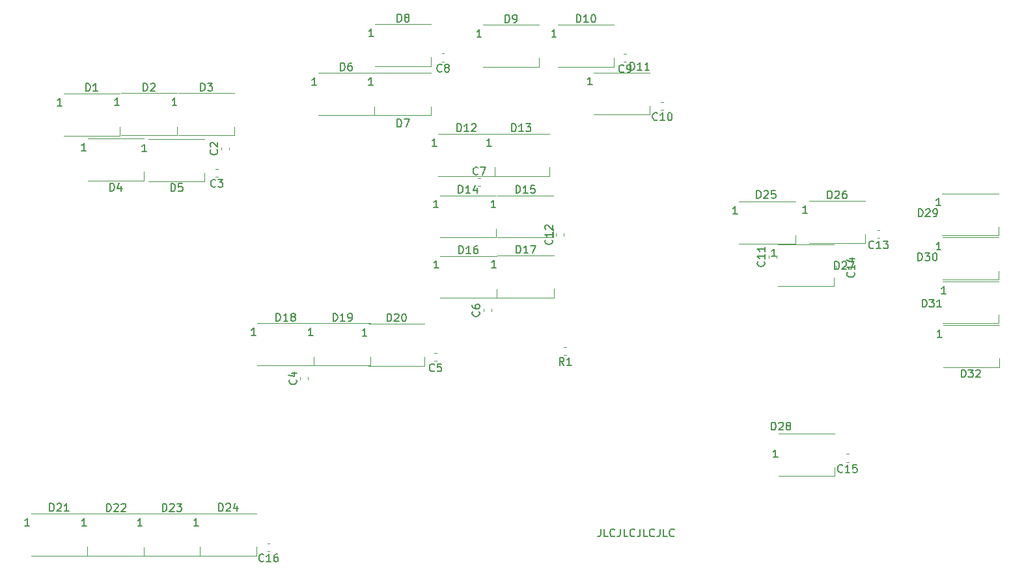
<source format=gbr>
%TF.GenerationSoftware,KiCad,Pcbnew,(5.1.12-1-10_14)*%
%TF.CreationDate,2021-11-25T17:09:38+11:00*%
%TF.ProjectId,Fuel Panel PCB V2,4675656c-2050-4616-9e65-6c2050434220,rev?*%
%TF.SameCoordinates,Original*%
%TF.FileFunction,Legend,Top*%
%TF.FilePolarity,Positive*%
%FSLAX46Y46*%
G04 Gerber Fmt 4.6, Leading zero omitted, Abs format (unit mm)*
G04 Created by KiCad (PCBNEW (5.1.12-1-10_14)) date 2021-11-25 17:09:38*
%MOMM*%
%LPD*%
G01*
G04 APERTURE LIST*
%ADD10C,0.150000*%
%ADD11C,0.120000*%
G04 APERTURE END LIST*
D10*
X174870952Y-145012380D02*
X174870952Y-145726666D01*
X174823333Y-145869523D01*
X174728095Y-145964761D01*
X174585238Y-146012380D01*
X174490000Y-146012380D01*
X175823333Y-146012380D02*
X175347142Y-146012380D01*
X175347142Y-145012380D01*
X176728095Y-145917142D02*
X176680476Y-145964761D01*
X176537619Y-146012380D01*
X176442380Y-146012380D01*
X176299523Y-145964761D01*
X176204285Y-145869523D01*
X176156666Y-145774285D01*
X176109047Y-145583809D01*
X176109047Y-145440952D01*
X176156666Y-145250476D01*
X176204285Y-145155238D01*
X176299523Y-145060000D01*
X176442380Y-145012380D01*
X176537619Y-145012380D01*
X176680476Y-145060000D01*
X176728095Y-145107619D01*
X177442380Y-145012380D02*
X177442380Y-145726666D01*
X177394761Y-145869523D01*
X177299523Y-145964761D01*
X177156666Y-146012380D01*
X177061428Y-146012380D01*
X178394761Y-146012380D02*
X177918571Y-146012380D01*
X177918571Y-145012380D01*
X179299523Y-145917142D02*
X179251904Y-145964761D01*
X179109047Y-146012380D01*
X179013809Y-146012380D01*
X178870952Y-145964761D01*
X178775714Y-145869523D01*
X178728095Y-145774285D01*
X178680476Y-145583809D01*
X178680476Y-145440952D01*
X178728095Y-145250476D01*
X178775714Y-145155238D01*
X178870952Y-145060000D01*
X179013809Y-145012380D01*
X179109047Y-145012380D01*
X179251904Y-145060000D01*
X179299523Y-145107619D01*
X180013809Y-145012380D02*
X180013809Y-145726666D01*
X179966190Y-145869523D01*
X179870952Y-145964761D01*
X179728095Y-146012380D01*
X179632857Y-146012380D01*
X180966190Y-146012380D02*
X180490000Y-146012380D01*
X180490000Y-145012380D01*
X181870952Y-145917142D02*
X181823333Y-145964761D01*
X181680476Y-146012380D01*
X181585238Y-146012380D01*
X181442380Y-145964761D01*
X181347142Y-145869523D01*
X181299523Y-145774285D01*
X181251904Y-145583809D01*
X181251904Y-145440952D01*
X181299523Y-145250476D01*
X181347142Y-145155238D01*
X181442380Y-145060000D01*
X181585238Y-145012380D01*
X181680476Y-145012380D01*
X181823333Y-145060000D01*
X181870952Y-145107619D01*
X182585238Y-145012380D02*
X182585238Y-145726666D01*
X182537619Y-145869523D01*
X182442380Y-145964761D01*
X182299523Y-146012380D01*
X182204285Y-146012380D01*
X183537619Y-146012380D02*
X183061428Y-146012380D01*
X183061428Y-145012380D01*
X184442380Y-145917142D02*
X184394761Y-145964761D01*
X184251904Y-146012380D01*
X184156666Y-146012380D01*
X184013809Y-145964761D01*
X183918571Y-145869523D01*
X183870952Y-145774285D01*
X183823333Y-145583809D01*
X183823333Y-145440952D01*
X183870952Y-145250476D01*
X183918571Y-145155238D01*
X184013809Y-145060000D01*
X184156666Y-145012380D01*
X184251904Y-145012380D01*
X184394761Y-145060000D01*
X184442380Y-145107619D01*
D11*
%TO.C,R1*%
X170444779Y-121308000D02*
X170119221Y-121308000D01*
X170444779Y-122328000D02*
X170119221Y-122328000D01*
%TO.C,C16*%
X131846639Y-146883660D02*
X131521081Y-146883660D01*
X131846639Y-147903660D02*
X131521081Y-147903660D01*
%TO.C,C15*%
X207137319Y-135260620D02*
X206811761Y-135260620D01*
X207137319Y-136280620D02*
X206811761Y-136280620D01*
%TO.C,C14*%
X205509400Y-110786861D02*
X205509400Y-111112419D01*
X206529400Y-110786861D02*
X206529400Y-111112419D01*
%TO.C,C13*%
X211188619Y-106103960D02*
X210863061Y-106103960D01*
X211188619Y-107123960D02*
X210863061Y-107123960D01*
%TO.C,C12*%
X170121040Y-106860659D02*
X170121040Y-106535101D01*
X169101040Y-106860659D02*
X169101040Y-106535101D01*
%TO.C,C11*%
X197733380Y-109707799D02*
X197733380Y-109382241D01*
X196713380Y-109707799D02*
X196713380Y-109382241D01*
%TO.C,C10*%
X183060659Y-89406000D02*
X182735101Y-89406000D01*
X183060659Y-90426000D02*
X182735101Y-90426000D01*
%TO.C,C9*%
X178214139Y-83165220D02*
X177888581Y-83165220D01*
X178214139Y-84185220D02*
X177888581Y-84185220D01*
%TO.C,C8*%
X154543979Y-83106800D02*
X154218421Y-83106800D01*
X154543979Y-84126800D02*
X154218421Y-84126800D01*
%TO.C,C7*%
X158922401Y-100375180D02*
X159247959Y-100375180D01*
X158922401Y-99355180D02*
X159247959Y-99355180D01*
%TO.C,C6*%
X160646840Y-116695339D02*
X160646840Y-116369781D01*
X159626840Y-116695339D02*
X159626840Y-116369781D01*
%TO.C,C5*%
X153573799Y-122113580D02*
X153248241Y-122113580D01*
X153573799Y-123133580D02*
X153248241Y-123133580D01*
%TO.C,C4*%
X136840007Y-125559452D02*
X136840007Y-125233894D01*
X135820007Y-125559452D02*
X135820007Y-125233894D01*
%TO.C,C3*%
X125130879Y-98095340D02*
X124805321Y-98095340D01*
X125130879Y-99115340D02*
X124805321Y-99115340D01*
%TO.C,C2*%
X126565120Y-95626039D02*
X126565120Y-95300481D01*
X125545120Y-95626039D02*
X125545120Y-95300481D01*
%TO.C,D5*%
X123335000Y-99778000D02*
X123335000Y-98628000D01*
X116035000Y-99778000D02*
X123335000Y-99778000D01*
X116035000Y-94278000D02*
X123335000Y-94278000D01*
%TO.C,D28*%
X205326000Y-138132000D02*
X205326000Y-136982000D01*
X198026000Y-138132000D02*
X205326000Y-138132000D01*
X198026000Y-132632000D02*
X205326000Y-132632000D01*
%TO.C,D14*%
X161271000Y-107068000D02*
X161271000Y-105918000D01*
X153971000Y-107068000D02*
X161271000Y-107068000D01*
X153971000Y-101568000D02*
X161271000Y-101568000D01*
%TO.C,D32*%
X226752000Y-123933000D02*
X226752000Y-122783000D01*
X219452000Y-123933000D02*
X226752000Y-123933000D01*
X219452000Y-118433000D02*
X226752000Y-118433000D01*
%TO.C,D31*%
X226650000Y-118244000D02*
X226650000Y-117094000D01*
X219350000Y-118244000D02*
X226650000Y-118244000D01*
X219350000Y-112744000D02*
X226650000Y-112744000D01*
%TO.C,D30*%
X226650000Y-112554000D02*
X226650000Y-111404000D01*
X219350000Y-112554000D02*
X226650000Y-112554000D01*
X219350000Y-107054000D02*
X226650000Y-107054000D01*
%TO.C,D29*%
X226611000Y-106814000D02*
X226611000Y-105664000D01*
X219311000Y-106814000D02*
X226611000Y-106814000D01*
X219311000Y-101314000D02*
X226611000Y-101314000D01*
%TO.C,D27*%
X205213000Y-113418000D02*
X205213000Y-112268000D01*
X197913000Y-113418000D02*
X205213000Y-113418000D01*
X197913000Y-107918000D02*
X205213000Y-107918000D01*
%TO.C,D26*%
X209277000Y-107779000D02*
X209277000Y-106629000D01*
X201977000Y-107779000D02*
X209277000Y-107779000D01*
X201977000Y-102279000D02*
X209277000Y-102279000D01*
%TO.C,D25*%
X200184000Y-107881000D02*
X200184000Y-106731000D01*
X192884000Y-107881000D02*
X200184000Y-107881000D01*
X192884000Y-102381000D02*
X200184000Y-102381000D01*
%TO.C,D24*%
X130080000Y-148495000D02*
X130080000Y-147345000D01*
X122780000Y-148495000D02*
X130080000Y-148495000D01*
X122780000Y-142995000D02*
X130080000Y-142995000D01*
%TO.C,D23*%
X122764000Y-148520000D02*
X122764000Y-147370000D01*
X115464000Y-148520000D02*
X122764000Y-148520000D01*
X115464000Y-143020000D02*
X122764000Y-143020000D01*
%TO.C,D22*%
X115500000Y-148521000D02*
X115500000Y-147371000D01*
X108200000Y-148521000D02*
X115500000Y-148521000D01*
X108200000Y-143021000D02*
X115500000Y-143021000D01*
%TO.C,D21*%
X108095000Y-148495000D02*
X108095000Y-147345000D01*
X100795000Y-148495000D02*
X108095000Y-148495000D01*
X100795000Y-142995000D02*
X108095000Y-142995000D01*
%TO.C,D20*%
X151974000Y-123781000D02*
X151974000Y-122631000D01*
X144674000Y-123781000D02*
X151974000Y-123781000D01*
X144674000Y-118281000D02*
X151974000Y-118281000D01*
%TO.C,D19*%
X144964000Y-123730000D02*
X144964000Y-122580000D01*
X137664000Y-123730000D02*
X144964000Y-123730000D01*
X137664000Y-118230000D02*
X144964000Y-118230000D01*
%TO.C,D18*%
X137547000Y-123730000D02*
X137547000Y-122580000D01*
X130247000Y-123730000D02*
X137547000Y-123730000D01*
X130247000Y-118230000D02*
X137547000Y-118230000D01*
%TO.C,D17*%
X168789000Y-114891000D02*
X168789000Y-113741000D01*
X161489000Y-114891000D02*
X168789000Y-114891000D01*
X161489000Y-109391000D02*
X168789000Y-109391000D01*
%TO.C,D16*%
X161322000Y-114942000D02*
X161322000Y-113792000D01*
X154022000Y-114942000D02*
X161322000Y-114942000D01*
X154022000Y-109442000D02*
X161322000Y-109442000D01*
%TO.C,D15*%
X168738000Y-107068000D02*
X168738000Y-105918000D01*
X161438000Y-107068000D02*
X168738000Y-107068000D01*
X161438000Y-101568000D02*
X168738000Y-101568000D01*
%TO.C,D13*%
X168180000Y-99041200D02*
X168180000Y-97891200D01*
X160880000Y-99041200D02*
X168180000Y-99041200D01*
X160880000Y-93541200D02*
X168180000Y-93541200D01*
%TO.C,D12*%
X161068000Y-99041200D02*
X161068000Y-97891200D01*
X153768000Y-99041200D02*
X161068000Y-99041200D01*
X153768000Y-93541200D02*
X161068000Y-93541200D01*
%TO.C,D11*%
X181286000Y-91065600D02*
X181286000Y-89915600D01*
X173986000Y-91065600D02*
X181286000Y-91065600D01*
X173986000Y-85565600D02*
X181286000Y-85565600D01*
%TO.C,D10*%
X176612000Y-84817200D02*
X176612000Y-83667200D01*
X169312000Y-84817200D02*
X176612000Y-84817200D01*
X169312000Y-79317200D02*
X176612000Y-79317200D01*
%TO.C,D9*%
X166870000Y-84842800D02*
X166870000Y-83692800D01*
X159570000Y-84842800D02*
X166870000Y-84842800D01*
X159570000Y-79342800D02*
X166870000Y-79342800D01*
%TO.C,D8*%
X152838000Y-84766400D02*
X152838000Y-83616400D01*
X145538000Y-84766400D02*
X152838000Y-84766400D01*
X145538000Y-79266400D02*
X152838000Y-79266400D01*
%TO.C,D7*%
X152787000Y-91116800D02*
X152787000Y-89966800D01*
X145487000Y-91116800D02*
X152787000Y-91116800D01*
X145487000Y-85616800D02*
X152787000Y-85616800D01*
%TO.C,D6*%
X145444000Y-91116800D02*
X145444000Y-89966800D01*
X138144000Y-91116800D02*
X145444000Y-91116800D01*
X138144000Y-85616800D02*
X145444000Y-85616800D01*
%TO.C,D4*%
X115472000Y-99650800D02*
X115472000Y-98500800D01*
X108172000Y-99650800D02*
X115472000Y-99650800D01*
X108172000Y-94150800D02*
X115472000Y-94150800D01*
%TO.C,D3*%
X127258000Y-93758400D02*
X127258000Y-92608400D01*
X119958000Y-93758400D02*
X127258000Y-93758400D01*
X119958000Y-88258400D02*
X127258000Y-88258400D01*
%TO.C,D2*%
X119790000Y-93758000D02*
X119790000Y-92608000D01*
X112490000Y-93758000D02*
X119790000Y-93758000D01*
X112490000Y-88258000D02*
X119790000Y-88258000D01*
%TO.C,D1*%
X112323000Y-93783600D02*
X112323000Y-92633600D01*
X105023000Y-93783600D02*
X112323000Y-93783600D01*
X105023000Y-88283600D02*
X112323000Y-88283600D01*
%TO.C,R1*%
D10*
X170115333Y-123700380D02*
X169782000Y-123224190D01*
X169543904Y-123700380D02*
X169543904Y-122700380D01*
X169924857Y-122700380D01*
X170020095Y-122748000D01*
X170067714Y-122795619D01*
X170115333Y-122890857D01*
X170115333Y-123033714D01*
X170067714Y-123128952D01*
X170020095Y-123176571D01*
X169924857Y-123224190D01*
X169543904Y-123224190D01*
X171067714Y-123700380D02*
X170496285Y-123700380D01*
X170782000Y-123700380D02*
X170782000Y-122700380D01*
X170686761Y-122843238D01*
X170591523Y-122938476D01*
X170496285Y-122986095D01*
%TO.C,C16*%
X131041002Y-149180802D02*
X130993383Y-149228421D01*
X130850526Y-149276040D01*
X130755288Y-149276040D01*
X130612431Y-149228421D01*
X130517193Y-149133183D01*
X130469574Y-149037945D01*
X130421955Y-148847469D01*
X130421955Y-148704612D01*
X130469574Y-148514136D01*
X130517193Y-148418898D01*
X130612431Y-148323660D01*
X130755288Y-148276040D01*
X130850526Y-148276040D01*
X130993383Y-148323660D01*
X131041002Y-148371279D01*
X131993383Y-149276040D02*
X131421955Y-149276040D01*
X131707669Y-149276040D02*
X131707669Y-148276040D01*
X131612431Y-148418898D01*
X131517193Y-148514136D01*
X131421955Y-148561755D01*
X132850526Y-148276040D02*
X132660050Y-148276040D01*
X132564812Y-148323660D01*
X132517193Y-148371279D01*
X132421955Y-148514136D01*
X132374336Y-148704612D01*
X132374336Y-149085564D01*
X132421955Y-149180802D01*
X132469574Y-149228421D01*
X132564812Y-149276040D01*
X132755288Y-149276040D01*
X132850526Y-149228421D01*
X132898145Y-149180802D01*
X132945764Y-149085564D01*
X132945764Y-148847469D01*
X132898145Y-148752231D01*
X132850526Y-148704612D01*
X132755288Y-148656993D01*
X132564812Y-148656993D01*
X132469574Y-148704612D01*
X132421955Y-148752231D01*
X132374336Y-148847469D01*
%TO.C,C15*%
X206331682Y-137557762D02*
X206284063Y-137605381D01*
X206141206Y-137653000D01*
X206045968Y-137653000D01*
X205903111Y-137605381D01*
X205807873Y-137510143D01*
X205760254Y-137414905D01*
X205712635Y-137224429D01*
X205712635Y-137081572D01*
X205760254Y-136891096D01*
X205807873Y-136795858D01*
X205903111Y-136700620D01*
X206045968Y-136653000D01*
X206141206Y-136653000D01*
X206284063Y-136700620D01*
X206331682Y-136748239D01*
X207284063Y-137653000D02*
X206712635Y-137653000D01*
X206998349Y-137653000D02*
X206998349Y-136653000D01*
X206903111Y-136795858D01*
X206807873Y-136891096D01*
X206712635Y-136938715D01*
X208188825Y-136653000D02*
X207712635Y-136653000D01*
X207665016Y-137129191D01*
X207712635Y-137081572D01*
X207807873Y-137033953D01*
X208045968Y-137033953D01*
X208141206Y-137081572D01*
X208188825Y-137129191D01*
X208236444Y-137224429D01*
X208236444Y-137462524D01*
X208188825Y-137557762D01*
X208141206Y-137605381D01*
X208045968Y-137653000D01*
X207807873Y-137653000D01*
X207712635Y-137605381D01*
X207665016Y-137557762D01*
%TO.C,C14*%
X207806542Y-111592497D02*
X207854161Y-111640116D01*
X207901780Y-111782973D01*
X207901780Y-111878211D01*
X207854161Y-112021068D01*
X207758923Y-112116306D01*
X207663685Y-112163925D01*
X207473209Y-112211544D01*
X207330352Y-112211544D01*
X207139876Y-112163925D01*
X207044638Y-112116306D01*
X206949400Y-112021068D01*
X206901780Y-111878211D01*
X206901780Y-111782973D01*
X206949400Y-111640116D01*
X206997019Y-111592497D01*
X207901780Y-110640116D02*
X207901780Y-111211544D01*
X207901780Y-110925830D02*
X206901780Y-110925830D01*
X207044638Y-111021068D01*
X207139876Y-111116306D01*
X207187495Y-111211544D01*
X207235114Y-109782973D02*
X207901780Y-109782973D01*
X206854161Y-110021068D02*
X207568447Y-110259163D01*
X207568447Y-109640116D01*
%TO.C,C13*%
X210382982Y-108401102D02*
X210335363Y-108448721D01*
X210192506Y-108496340D01*
X210097268Y-108496340D01*
X209954411Y-108448721D01*
X209859173Y-108353483D01*
X209811554Y-108258245D01*
X209763935Y-108067769D01*
X209763935Y-107924912D01*
X209811554Y-107734436D01*
X209859173Y-107639198D01*
X209954411Y-107543960D01*
X210097268Y-107496340D01*
X210192506Y-107496340D01*
X210335363Y-107543960D01*
X210382982Y-107591579D01*
X211335363Y-108496340D02*
X210763935Y-108496340D01*
X211049649Y-108496340D02*
X211049649Y-107496340D01*
X210954411Y-107639198D01*
X210859173Y-107734436D01*
X210763935Y-107782055D01*
X211668697Y-107496340D02*
X212287744Y-107496340D01*
X211954411Y-107877293D01*
X212097268Y-107877293D01*
X212192506Y-107924912D01*
X212240125Y-107972531D01*
X212287744Y-108067769D01*
X212287744Y-108305864D01*
X212240125Y-108401102D01*
X212192506Y-108448721D01*
X212097268Y-108496340D01*
X211811554Y-108496340D01*
X211716316Y-108448721D01*
X211668697Y-108401102D01*
%TO.C,C12*%
X168538182Y-107340737D02*
X168585801Y-107388356D01*
X168633420Y-107531213D01*
X168633420Y-107626451D01*
X168585801Y-107769308D01*
X168490563Y-107864546D01*
X168395325Y-107912165D01*
X168204849Y-107959784D01*
X168061992Y-107959784D01*
X167871516Y-107912165D01*
X167776278Y-107864546D01*
X167681040Y-107769308D01*
X167633420Y-107626451D01*
X167633420Y-107531213D01*
X167681040Y-107388356D01*
X167728659Y-107340737D01*
X168633420Y-106388356D02*
X168633420Y-106959784D01*
X168633420Y-106674070D02*
X167633420Y-106674070D01*
X167776278Y-106769308D01*
X167871516Y-106864546D01*
X167919135Y-106959784D01*
X167728659Y-106007403D02*
X167681040Y-105959784D01*
X167633420Y-105864546D01*
X167633420Y-105626451D01*
X167681040Y-105531213D01*
X167728659Y-105483594D01*
X167823897Y-105435975D01*
X167919135Y-105435975D01*
X168061992Y-105483594D01*
X168633420Y-106055022D01*
X168633420Y-105435975D01*
%TO.C,C11*%
X196150522Y-110187877D02*
X196198141Y-110235496D01*
X196245760Y-110378353D01*
X196245760Y-110473591D01*
X196198141Y-110616448D01*
X196102903Y-110711686D01*
X196007665Y-110759305D01*
X195817189Y-110806924D01*
X195674332Y-110806924D01*
X195483856Y-110759305D01*
X195388618Y-110711686D01*
X195293380Y-110616448D01*
X195245760Y-110473591D01*
X195245760Y-110378353D01*
X195293380Y-110235496D01*
X195340999Y-110187877D01*
X196245760Y-109235496D02*
X196245760Y-109806924D01*
X196245760Y-109521210D02*
X195245760Y-109521210D01*
X195388618Y-109616448D01*
X195483856Y-109711686D01*
X195531475Y-109806924D01*
X196245760Y-108283115D02*
X196245760Y-108854543D01*
X196245760Y-108568829D02*
X195245760Y-108568829D01*
X195388618Y-108664067D01*
X195483856Y-108759305D01*
X195531475Y-108854543D01*
%TO.C,C10*%
X182255022Y-91703142D02*
X182207403Y-91750761D01*
X182064546Y-91798380D01*
X181969308Y-91798380D01*
X181826451Y-91750761D01*
X181731213Y-91655523D01*
X181683594Y-91560285D01*
X181635975Y-91369809D01*
X181635975Y-91226952D01*
X181683594Y-91036476D01*
X181731213Y-90941238D01*
X181826451Y-90846000D01*
X181969308Y-90798380D01*
X182064546Y-90798380D01*
X182207403Y-90846000D01*
X182255022Y-90893619D01*
X183207403Y-91798380D02*
X182635975Y-91798380D01*
X182921689Y-91798380D02*
X182921689Y-90798380D01*
X182826451Y-90941238D01*
X182731213Y-91036476D01*
X182635975Y-91084095D01*
X183826451Y-90798380D02*
X183921689Y-90798380D01*
X184016927Y-90846000D01*
X184064546Y-90893619D01*
X184112165Y-90988857D01*
X184159784Y-91179333D01*
X184159784Y-91417428D01*
X184112165Y-91607904D01*
X184064546Y-91703142D01*
X184016927Y-91750761D01*
X183921689Y-91798380D01*
X183826451Y-91798380D01*
X183731213Y-91750761D01*
X183683594Y-91703142D01*
X183635975Y-91607904D01*
X183588356Y-91417428D01*
X183588356Y-91179333D01*
X183635975Y-90988857D01*
X183683594Y-90893619D01*
X183731213Y-90846000D01*
X183826451Y-90798380D01*
%TO.C,C9*%
X177884693Y-85462362D02*
X177837074Y-85509981D01*
X177694217Y-85557600D01*
X177598979Y-85557600D01*
X177456121Y-85509981D01*
X177360883Y-85414743D01*
X177313264Y-85319505D01*
X177265645Y-85129029D01*
X177265645Y-84986172D01*
X177313264Y-84795696D01*
X177360883Y-84700458D01*
X177456121Y-84605220D01*
X177598979Y-84557600D01*
X177694217Y-84557600D01*
X177837074Y-84605220D01*
X177884693Y-84652839D01*
X178360883Y-85557600D02*
X178551360Y-85557600D01*
X178646598Y-85509981D01*
X178694217Y-85462362D01*
X178789455Y-85319505D01*
X178837074Y-85129029D01*
X178837074Y-84748077D01*
X178789455Y-84652839D01*
X178741836Y-84605220D01*
X178646598Y-84557600D01*
X178456121Y-84557600D01*
X178360883Y-84605220D01*
X178313264Y-84652839D01*
X178265645Y-84748077D01*
X178265645Y-84986172D01*
X178313264Y-85081410D01*
X178360883Y-85129029D01*
X178456121Y-85176648D01*
X178646598Y-85176648D01*
X178741836Y-85129029D01*
X178789455Y-85081410D01*
X178837074Y-84986172D01*
%TO.C,C8*%
X154214533Y-85403942D02*
X154166914Y-85451561D01*
X154024057Y-85499180D01*
X153928819Y-85499180D01*
X153785961Y-85451561D01*
X153690723Y-85356323D01*
X153643104Y-85261085D01*
X153595485Y-85070609D01*
X153595485Y-84927752D01*
X153643104Y-84737276D01*
X153690723Y-84642038D01*
X153785961Y-84546800D01*
X153928819Y-84499180D01*
X154024057Y-84499180D01*
X154166914Y-84546800D01*
X154214533Y-84594419D01*
X154785961Y-84927752D02*
X154690723Y-84880133D01*
X154643104Y-84832514D01*
X154595485Y-84737276D01*
X154595485Y-84689657D01*
X154643104Y-84594419D01*
X154690723Y-84546800D01*
X154785961Y-84499180D01*
X154976438Y-84499180D01*
X155071676Y-84546800D01*
X155119295Y-84594419D01*
X155166914Y-84689657D01*
X155166914Y-84737276D01*
X155119295Y-84832514D01*
X155071676Y-84880133D01*
X154976438Y-84927752D01*
X154785961Y-84927752D01*
X154690723Y-84975371D01*
X154643104Y-85022990D01*
X154595485Y-85118228D01*
X154595485Y-85308704D01*
X154643104Y-85403942D01*
X154690723Y-85451561D01*
X154785961Y-85499180D01*
X154976438Y-85499180D01*
X155071676Y-85451561D01*
X155119295Y-85403942D01*
X155166914Y-85308704D01*
X155166914Y-85118228D01*
X155119295Y-85022990D01*
X155071676Y-84975371D01*
X154976438Y-84927752D01*
%TO.C,C7*%
X158918513Y-98792322D02*
X158870894Y-98839941D01*
X158728037Y-98887560D01*
X158632799Y-98887560D01*
X158489941Y-98839941D01*
X158394703Y-98744703D01*
X158347084Y-98649465D01*
X158299465Y-98458989D01*
X158299465Y-98316132D01*
X158347084Y-98125656D01*
X158394703Y-98030418D01*
X158489941Y-97935180D01*
X158632799Y-97887560D01*
X158728037Y-97887560D01*
X158870894Y-97935180D01*
X158918513Y-97982799D01*
X159251846Y-97887560D02*
X159918513Y-97887560D01*
X159489941Y-98887560D01*
%TO.C,C6*%
X159063982Y-116699226D02*
X159111601Y-116746845D01*
X159159220Y-116889702D01*
X159159220Y-116984940D01*
X159111601Y-117127798D01*
X159016363Y-117223036D01*
X158921125Y-117270655D01*
X158730649Y-117318274D01*
X158587792Y-117318274D01*
X158397316Y-117270655D01*
X158302078Y-117223036D01*
X158206840Y-117127798D01*
X158159220Y-116984940D01*
X158159220Y-116889702D01*
X158206840Y-116746845D01*
X158254459Y-116699226D01*
X158159220Y-115842083D02*
X158159220Y-116032560D01*
X158206840Y-116127798D01*
X158254459Y-116175417D01*
X158397316Y-116270655D01*
X158587792Y-116318274D01*
X158968744Y-116318274D01*
X159063982Y-116270655D01*
X159111601Y-116223036D01*
X159159220Y-116127798D01*
X159159220Y-115937321D01*
X159111601Y-115842083D01*
X159063982Y-115794464D01*
X158968744Y-115746845D01*
X158730649Y-115746845D01*
X158635411Y-115794464D01*
X158587792Y-115842083D01*
X158540173Y-115937321D01*
X158540173Y-116127798D01*
X158587792Y-116223036D01*
X158635411Y-116270655D01*
X158730649Y-116318274D01*
%TO.C,C5*%
X153244353Y-124410722D02*
X153196734Y-124458341D01*
X153053877Y-124505960D01*
X152958639Y-124505960D01*
X152815781Y-124458341D01*
X152720543Y-124363103D01*
X152672924Y-124267865D01*
X152625305Y-124077389D01*
X152625305Y-123934532D01*
X152672924Y-123744056D01*
X152720543Y-123648818D01*
X152815781Y-123553580D01*
X152958639Y-123505960D01*
X153053877Y-123505960D01*
X153196734Y-123553580D01*
X153244353Y-123601199D01*
X154149115Y-123505960D02*
X153672924Y-123505960D01*
X153625305Y-123982151D01*
X153672924Y-123934532D01*
X153768162Y-123886913D01*
X154006258Y-123886913D01*
X154101496Y-123934532D01*
X154149115Y-123982151D01*
X154196734Y-124077389D01*
X154196734Y-124315484D01*
X154149115Y-124410722D01*
X154101496Y-124458341D01*
X154006258Y-124505960D01*
X153768162Y-124505960D01*
X153672924Y-124458341D01*
X153625305Y-124410722D01*
%TO.C,C4*%
X135257149Y-125563339D02*
X135304768Y-125610958D01*
X135352387Y-125753815D01*
X135352387Y-125849053D01*
X135304768Y-125991911D01*
X135209530Y-126087149D01*
X135114292Y-126134768D01*
X134923816Y-126182387D01*
X134780959Y-126182387D01*
X134590483Y-126134768D01*
X134495245Y-126087149D01*
X134400007Y-125991911D01*
X134352387Y-125849053D01*
X134352387Y-125753815D01*
X134400007Y-125610958D01*
X134447626Y-125563339D01*
X134685721Y-124706196D02*
X135352387Y-124706196D01*
X134304768Y-124944292D02*
X135019054Y-125182387D01*
X135019054Y-124563339D01*
%TO.C,C3*%
X124801433Y-100392482D02*
X124753814Y-100440101D01*
X124610957Y-100487720D01*
X124515719Y-100487720D01*
X124372861Y-100440101D01*
X124277623Y-100344863D01*
X124230004Y-100249625D01*
X124182385Y-100059149D01*
X124182385Y-99916292D01*
X124230004Y-99725816D01*
X124277623Y-99630578D01*
X124372861Y-99535340D01*
X124515719Y-99487720D01*
X124610957Y-99487720D01*
X124753814Y-99535340D01*
X124801433Y-99582959D01*
X125134766Y-99487720D02*
X125753814Y-99487720D01*
X125420480Y-99868673D01*
X125563338Y-99868673D01*
X125658576Y-99916292D01*
X125706195Y-99963911D01*
X125753814Y-100059149D01*
X125753814Y-100297244D01*
X125706195Y-100392482D01*
X125658576Y-100440101D01*
X125563338Y-100487720D01*
X125277623Y-100487720D01*
X125182385Y-100440101D01*
X125134766Y-100392482D01*
%TO.C,C2*%
X124982262Y-95629926D02*
X125029881Y-95677545D01*
X125077500Y-95820402D01*
X125077500Y-95915640D01*
X125029881Y-96058498D01*
X124934643Y-96153736D01*
X124839405Y-96201355D01*
X124648929Y-96248974D01*
X124506072Y-96248974D01*
X124315596Y-96201355D01*
X124220358Y-96153736D01*
X124125120Y-96058498D01*
X124077500Y-95915640D01*
X124077500Y-95820402D01*
X124125120Y-95677545D01*
X124172739Y-95629926D01*
X124172739Y-95248974D02*
X124125120Y-95201355D01*
X124077500Y-95106117D01*
X124077500Y-94868021D01*
X124125120Y-94772783D01*
X124172739Y-94725164D01*
X124267977Y-94677545D01*
X124363215Y-94677545D01*
X124506072Y-94725164D01*
X125077500Y-95296593D01*
X125077500Y-94677545D01*
%TO.C,D5*%
X118997704Y-101036380D02*
X118997704Y-100036380D01*
X119235800Y-100036380D01*
X119378657Y-100084000D01*
X119473895Y-100179238D01*
X119521514Y-100274476D01*
X119569133Y-100464952D01*
X119569133Y-100607809D01*
X119521514Y-100798285D01*
X119473895Y-100893523D01*
X119378657Y-100988761D01*
X119235800Y-101036380D01*
X118997704Y-101036380D01*
X120473895Y-100036380D02*
X119997704Y-100036380D01*
X119950085Y-100512571D01*
X119997704Y-100464952D01*
X120092942Y-100417333D01*
X120331038Y-100417333D01*
X120426276Y-100464952D01*
X120473895Y-100512571D01*
X120521514Y-100607809D01*
X120521514Y-100845904D01*
X120473895Y-100941142D01*
X120426276Y-100988761D01*
X120331038Y-101036380D01*
X120092942Y-101036380D01*
X119997704Y-100988761D01*
X119950085Y-100941142D01*
X115820714Y-95880380D02*
X115249285Y-95880380D01*
X115535000Y-95880380D02*
X115535000Y-94880380D01*
X115439761Y-95023238D01*
X115344523Y-95118476D01*
X115249285Y-95166095D01*
%TO.C,D28*%
X197108914Y-132125980D02*
X197108914Y-131125980D01*
X197347009Y-131125980D01*
X197489866Y-131173600D01*
X197585104Y-131268838D01*
X197632723Y-131364076D01*
X197680342Y-131554552D01*
X197680342Y-131697409D01*
X197632723Y-131887885D01*
X197585104Y-131983123D01*
X197489866Y-132078361D01*
X197347009Y-132125980D01*
X197108914Y-132125980D01*
X198061295Y-131221219D02*
X198108914Y-131173600D01*
X198204152Y-131125980D01*
X198442247Y-131125980D01*
X198537485Y-131173600D01*
X198585104Y-131221219D01*
X198632723Y-131316457D01*
X198632723Y-131411695D01*
X198585104Y-131554552D01*
X198013676Y-132125980D01*
X198632723Y-132125980D01*
X199204152Y-131554552D02*
X199108914Y-131506933D01*
X199061295Y-131459314D01*
X199013676Y-131364076D01*
X199013676Y-131316457D01*
X199061295Y-131221219D01*
X199108914Y-131173600D01*
X199204152Y-131125980D01*
X199394628Y-131125980D01*
X199489866Y-131173600D01*
X199537485Y-131221219D01*
X199585104Y-131316457D01*
X199585104Y-131364076D01*
X199537485Y-131459314D01*
X199489866Y-131506933D01*
X199394628Y-131554552D01*
X199204152Y-131554552D01*
X199108914Y-131602171D01*
X199061295Y-131649790D01*
X199013676Y-131745028D01*
X199013676Y-131935504D01*
X199061295Y-132030742D01*
X199108914Y-132078361D01*
X199204152Y-132125980D01*
X199394628Y-132125980D01*
X199489866Y-132078361D01*
X199537485Y-132030742D01*
X199585104Y-131935504D01*
X199585104Y-131745028D01*
X199537485Y-131649790D01*
X199489866Y-131602171D01*
X199394628Y-131554552D01*
X197897714Y-135681980D02*
X197326285Y-135681980D01*
X197612000Y-135681980D02*
X197612000Y-134681980D01*
X197516761Y-134824838D01*
X197421523Y-134920076D01*
X197326285Y-134967695D01*
%TO.C,D14*%
X156406714Y-101270380D02*
X156406714Y-100270380D01*
X156644809Y-100270380D01*
X156787666Y-100318000D01*
X156882904Y-100413238D01*
X156930523Y-100508476D01*
X156978142Y-100698952D01*
X156978142Y-100841809D01*
X156930523Y-101032285D01*
X156882904Y-101127523D01*
X156787666Y-101222761D01*
X156644809Y-101270380D01*
X156406714Y-101270380D01*
X157930523Y-101270380D02*
X157359095Y-101270380D01*
X157644809Y-101270380D02*
X157644809Y-100270380D01*
X157549571Y-100413238D01*
X157454333Y-100508476D01*
X157359095Y-100556095D01*
X158787666Y-100603714D02*
X158787666Y-101270380D01*
X158549571Y-100222761D02*
X158311476Y-100937047D01*
X158930523Y-100937047D01*
X153756714Y-103170380D02*
X153185285Y-103170380D01*
X153471000Y-103170380D02*
X153471000Y-102170380D01*
X153375761Y-102313238D01*
X153280523Y-102408476D01*
X153185285Y-102456095D01*
%TO.C,D32*%
X221797714Y-125267980D02*
X221797714Y-124267980D01*
X222035809Y-124267980D01*
X222178666Y-124315600D01*
X222273904Y-124410838D01*
X222321523Y-124506076D01*
X222369142Y-124696552D01*
X222369142Y-124839409D01*
X222321523Y-125029885D01*
X222273904Y-125125123D01*
X222178666Y-125220361D01*
X222035809Y-125267980D01*
X221797714Y-125267980D01*
X222702476Y-124267980D02*
X223321523Y-124267980D01*
X222988190Y-124648933D01*
X223131047Y-124648933D01*
X223226285Y-124696552D01*
X223273904Y-124744171D01*
X223321523Y-124839409D01*
X223321523Y-125077504D01*
X223273904Y-125172742D01*
X223226285Y-125220361D01*
X223131047Y-125267980D01*
X222845333Y-125267980D01*
X222750095Y-125220361D01*
X222702476Y-125172742D01*
X223702476Y-124363219D02*
X223750095Y-124315600D01*
X223845333Y-124267980D01*
X224083428Y-124267980D01*
X224178666Y-124315600D01*
X224226285Y-124363219D01*
X224273904Y-124458457D01*
X224273904Y-124553695D01*
X224226285Y-124696552D01*
X223654857Y-125267980D01*
X224273904Y-125267980D01*
X219237714Y-120035380D02*
X218666285Y-120035380D01*
X218952000Y-120035380D02*
X218952000Y-119035380D01*
X218856761Y-119178238D01*
X218761523Y-119273476D01*
X218666285Y-119321095D01*
%TO.C,D31*%
X216717714Y-116123980D02*
X216717714Y-115123980D01*
X216955809Y-115123980D01*
X217098666Y-115171600D01*
X217193904Y-115266838D01*
X217241523Y-115362076D01*
X217289142Y-115552552D01*
X217289142Y-115695409D01*
X217241523Y-115885885D01*
X217193904Y-115981123D01*
X217098666Y-116076361D01*
X216955809Y-116123980D01*
X216717714Y-116123980D01*
X217622476Y-115123980D02*
X218241523Y-115123980D01*
X217908190Y-115504933D01*
X218051047Y-115504933D01*
X218146285Y-115552552D01*
X218193904Y-115600171D01*
X218241523Y-115695409D01*
X218241523Y-115933504D01*
X218193904Y-116028742D01*
X218146285Y-116076361D01*
X218051047Y-116123980D01*
X217765333Y-116123980D01*
X217670095Y-116076361D01*
X217622476Y-116028742D01*
X219193904Y-116123980D02*
X218622476Y-116123980D01*
X218908190Y-116123980D02*
X218908190Y-115123980D01*
X218812952Y-115266838D01*
X218717714Y-115362076D01*
X218622476Y-115409695D01*
X219792514Y-114396780D02*
X219221085Y-114396780D01*
X219506800Y-114396780D02*
X219506800Y-113396780D01*
X219411561Y-113539638D01*
X219316323Y-113634876D01*
X219221085Y-113682495D01*
%TO.C,D30*%
X216158514Y-110078780D02*
X216158514Y-109078780D01*
X216396609Y-109078780D01*
X216539466Y-109126400D01*
X216634704Y-109221638D01*
X216682323Y-109316876D01*
X216729942Y-109507352D01*
X216729942Y-109650209D01*
X216682323Y-109840685D01*
X216634704Y-109935923D01*
X216539466Y-110031161D01*
X216396609Y-110078780D01*
X216158514Y-110078780D01*
X217063276Y-109078780D02*
X217682323Y-109078780D01*
X217348990Y-109459733D01*
X217491847Y-109459733D01*
X217587085Y-109507352D01*
X217634704Y-109554971D01*
X217682323Y-109650209D01*
X217682323Y-109888304D01*
X217634704Y-109983542D01*
X217587085Y-110031161D01*
X217491847Y-110078780D01*
X217206133Y-110078780D01*
X217110895Y-110031161D01*
X217063276Y-109983542D01*
X218301371Y-109078780D02*
X218396609Y-109078780D01*
X218491847Y-109126400D01*
X218539466Y-109174019D01*
X218587085Y-109269257D01*
X218634704Y-109459733D01*
X218634704Y-109697828D01*
X218587085Y-109888304D01*
X218539466Y-109983542D01*
X218491847Y-110031161D01*
X218396609Y-110078780D01*
X218301371Y-110078780D01*
X218206133Y-110031161D01*
X218158514Y-109983542D01*
X218110895Y-109888304D01*
X218063276Y-109697828D01*
X218063276Y-109459733D01*
X218110895Y-109269257D01*
X218158514Y-109174019D01*
X218206133Y-109126400D01*
X218301371Y-109078780D01*
X219135714Y-108656380D02*
X218564285Y-108656380D01*
X218850000Y-108656380D02*
X218850000Y-107656380D01*
X218754761Y-107799238D01*
X218659523Y-107894476D01*
X218564285Y-107942095D01*
%TO.C,D29*%
X216209514Y-104338380D02*
X216209514Y-103338380D01*
X216447609Y-103338380D01*
X216590466Y-103386000D01*
X216685704Y-103481238D01*
X216733323Y-103576476D01*
X216780942Y-103766952D01*
X216780942Y-103909809D01*
X216733323Y-104100285D01*
X216685704Y-104195523D01*
X216590466Y-104290761D01*
X216447609Y-104338380D01*
X216209514Y-104338380D01*
X217161895Y-103433619D02*
X217209514Y-103386000D01*
X217304752Y-103338380D01*
X217542847Y-103338380D01*
X217638085Y-103386000D01*
X217685704Y-103433619D01*
X217733323Y-103528857D01*
X217733323Y-103624095D01*
X217685704Y-103766952D01*
X217114276Y-104338380D01*
X217733323Y-104338380D01*
X218209514Y-104338380D02*
X218399990Y-104338380D01*
X218495228Y-104290761D01*
X218542847Y-104243142D01*
X218638085Y-104100285D01*
X218685704Y-103909809D01*
X218685704Y-103528857D01*
X218638085Y-103433619D01*
X218590466Y-103386000D01*
X218495228Y-103338380D01*
X218304752Y-103338380D01*
X218209514Y-103386000D01*
X218161895Y-103433619D01*
X218114276Y-103528857D01*
X218114276Y-103766952D01*
X218161895Y-103862190D01*
X218209514Y-103909809D01*
X218304752Y-103957428D01*
X218495228Y-103957428D01*
X218590466Y-103909809D01*
X218638085Y-103862190D01*
X218685704Y-103766952D01*
X219096714Y-102916380D02*
X218525285Y-102916380D01*
X218811000Y-102916380D02*
X218811000Y-101916380D01*
X218715761Y-102059238D01*
X218620523Y-102154476D01*
X218525285Y-102202095D01*
%TO.C,D27*%
X205338714Y-111196780D02*
X205338714Y-110196780D01*
X205576809Y-110196780D01*
X205719666Y-110244400D01*
X205814904Y-110339638D01*
X205862523Y-110434876D01*
X205910142Y-110625352D01*
X205910142Y-110768209D01*
X205862523Y-110958685D01*
X205814904Y-111053923D01*
X205719666Y-111149161D01*
X205576809Y-111196780D01*
X205338714Y-111196780D01*
X206291095Y-110292019D02*
X206338714Y-110244400D01*
X206433952Y-110196780D01*
X206672047Y-110196780D01*
X206767285Y-110244400D01*
X206814904Y-110292019D01*
X206862523Y-110387257D01*
X206862523Y-110482495D01*
X206814904Y-110625352D01*
X206243476Y-111196780D01*
X206862523Y-111196780D01*
X207195857Y-110196780D02*
X207862523Y-110196780D01*
X207433952Y-111196780D01*
X197698714Y-109520380D02*
X197127285Y-109520380D01*
X197413000Y-109520380D02*
X197413000Y-108520380D01*
X197317761Y-108663238D01*
X197222523Y-108758476D01*
X197127285Y-108806095D01*
%TO.C,D26*%
X204412714Y-101981380D02*
X204412714Y-100981380D01*
X204650809Y-100981380D01*
X204793666Y-101029000D01*
X204888904Y-101124238D01*
X204936523Y-101219476D01*
X204984142Y-101409952D01*
X204984142Y-101552809D01*
X204936523Y-101743285D01*
X204888904Y-101838523D01*
X204793666Y-101933761D01*
X204650809Y-101981380D01*
X204412714Y-101981380D01*
X205365095Y-101076619D02*
X205412714Y-101029000D01*
X205507952Y-100981380D01*
X205746047Y-100981380D01*
X205841285Y-101029000D01*
X205888904Y-101076619D01*
X205936523Y-101171857D01*
X205936523Y-101267095D01*
X205888904Y-101409952D01*
X205317476Y-101981380D01*
X205936523Y-101981380D01*
X206793666Y-100981380D02*
X206603190Y-100981380D01*
X206507952Y-101029000D01*
X206460333Y-101076619D01*
X206365095Y-101219476D01*
X206317476Y-101409952D01*
X206317476Y-101790904D01*
X206365095Y-101886142D01*
X206412714Y-101933761D01*
X206507952Y-101981380D01*
X206698428Y-101981380D01*
X206793666Y-101933761D01*
X206841285Y-101886142D01*
X206888904Y-101790904D01*
X206888904Y-101552809D01*
X206841285Y-101457571D01*
X206793666Y-101409952D01*
X206698428Y-101362333D01*
X206507952Y-101362333D01*
X206412714Y-101409952D01*
X206365095Y-101457571D01*
X206317476Y-101552809D01*
X201762714Y-103881380D02*
X201191285Y-103881380D01*
X201477000Y-103881380D02*
X201477000Y-102881380D01*
X201381761Y-103024238D01*
X201286523Y-103119476D01*
X201191285Y-103167095D01*
%TO.C,D25*%
X195178914Y-101950980D02*
X195178914Y-100950980D01*
X195417009Y-100950980D01*
X195559866Y-100998600D01*
X195655104Y-101093838D01*
X195702723Y-101189076D01*
X195750342Y-101379552D01*
X195750342Y-101522409D01*
X195702723Y-101712885D01*
X195655104Y-101808123D01*
X195559866Y-101903361D01*
X195417009Y-101950980D01*
X195178914Y-101950980D01*
X196131295Y-101046219D02*
X196178914Y-100998600D01*
X196274152Y-100950980D01*
X196512247Y-100950980D01*
X196607485Y-100998600D01*
X196655104Y-101046219D01*
X196702723Y-101141457D01*
X196702723Y-101236695D01*
X196655104Y-101379552D01*
X196083676Y-101950980D01*
X196702723Y-101950980D01*
X197607485Y-100950980D02*
X197131295Y-100950980D01*
X197083676Y-101427171D01*
X197131295Y-101379552D01*
X197226533Y-101331933D01*
X197464628Y-101331933D01*
X197559866Y-101379552D01*
X197607485Y-101427171D01*
X197655104Y-101522409D01*
X197655104Y-101760504D01*
X197607485Y-101855742D01*
X197559866Y-101903361D01*
X197464628Y-101950980D01*
X197226533Y-101950980D01*
X197131295Y-101903361D01*
X197083676Y-101855742D01*
X192669714Y-103983380D02*
X192098285Y-103983380D01*
X192384000Y-103983380D02*
X192384000Y-102983380D01*
X192288761Y-103126238D01*
X192193523Y-103221476D01*
X192098285Y-103269095D01*
%TO.C,D24*%
X125215714Y-142697380D02*
X125215714Y-141697380D01*
X125453809Y-141697380D01*
X125596666Y-141745000D01*
X125691904Y-141840238D01*
X125739523Y-141935476D01*
X125787142Y-142125952D01*
X125787142Y-142268809D01*
X125739523Y-142459285D01*
X125691904Y-142554523D01*
X125596666Y-142649761D01*
X125453809Y-142697380D01*
X125215714Y-142697380D01*
X126168095Y-141792619D02*
X126215714Y-141745000D01*
X126310952Y-141697380D01*
X126549047Y-141697380D01*
X126644285Y-141745000D01*
X126691904Y-141792619D01*
X126739523Y-141887857D01*
X126739523Y-141983095D01*
X126691904Y-142125952D01*
X126120476Y-142697380D01*
X126739523Y-142697380D01*
X127596666Y-142030714D02*
X127596666Y-142697380D01*
X127358571Y-141649761D02*
X127120476Y-142364047D01*
X127739523Y-142364047D01*
X122565714Y-144597380D02*
X121994285Y-144597380D01*
X122280000Y-144597380D02*
X122280000Y-143597380D01*
X122184761Y-143740238D01*
X122089523Y-143835476D01*
X121994285Y-143883095D01*
%TO.C,D23*%
X117899714Y-142722380D02*
X117899714Y-141722380D01*
X118137809Y-141722380D01*
X118280666Y-141770000D01*
X118375904Y-141865238D01*
X118423523Y-141960476D01*
X118471142Y-142150952D01*
X118471142Y-142293809D01*
X118423523Y-142484285D01*
X118375904Y-142579523D01*
X118280666Y-142674761D01*
X118137809Y-142722380D01*
X117899714Y-142722380D01*
X118852095Y-141817619D02*
X118899714Y-141770000D01*
X118994952Y-141722380D01*
X119233047Y-141722380D01*
X119328285Y-141770000D01*
X119375904Y-141817619D01*
X119423523Y-141912857D01*
X119423523Y-142008095D01*
X119375904Y-142150952D01*
X118804476Y-142722380D01*
X119423523Y-142722380D01*
X119756857Y-141722380D02*
X120375904Y-141722380D01*
X120042571Y-142103333D01*
X120185428Y-142103333D01*
X120280666Y-142150952D01*
X120328285Y-142198571D01*
X120375904Y-142293809D01*
X120375904Y-142531904D01*
X120328285Y-142627142D01*
X120280666Y-142674761D01*
X120185428Y-142722380D01*
X119899714Y-142722380D01*
X119804476Y-142674761D01*
X119756857Y-142627142D01*
X115249714Y-144622380D02*
X114678285Y-144622380D01*
X114964000Y-144622380D02*
X114964000Y-143622380D01*
X114868761Y-143765238D01*
X114773523Y-143860476D01*
X114678285Y-143908095D01*
%TO.C,D22*%
X110635714Y-142723380D02*
X110635714Y-141723380D01*
X110873809Y-141723380D01*
X111016666Y-141771000D01*
X111111904Y-141866238D01*
X111159523Y-141961476D01*
X111207142Y-142151952D01*
X111207142Y-142294809D01*
X111159523Y-142485285D01*
X111111904Y-142580523D01*
X111016666Y-142675761D01*
X110873809Y-142723380D01*
X110635714Y-142723380D01*
X111588095Y-141818619D02*
X111635714Y-141771000D01*
X111730952Y-141723380D01*
X111969047Y-141723380D01*
X112064285Y-141771000D01*
X112111904Y-141818619D01*
X112159523Y-141913857D01*
X112159523Y-142009095D01*
X112111904Y-142151952D01*
X111540476Y-142723380D01*
X112159523Y-142723380D01*
X112540476Y-141818619D02*
X112588095Y-141771000D01*
X112683333Y-141723380D01*
X112921428Y-141723380D01*
X113016666Y-141771000D01*
X113064285Y-141818619D01*
X113111904Y-141913857D01*
X113111904Y-142009095D01*
X113064285Y-142151952D01*
X112492857Y-142723380D01*
X113111904Y-142723380D01*
X107985714Y-144623380D02*
X107414285Y-144623380D01*
X107700000Y-144623380D02*
X107700000Y-143623380D01*
X107604761Y-143766238D01*
X107509523Y-143861476D01*
X107414285Y-143909095D01*
%TO.C,D21*%
X103230714Y-142697380D02*
X103230714Y-141697380D01*
X103468809Y-141697380D01*
X103611666Y-141745000D01*
X103706904Y-141840238D01*
X103754523Y-141935476D01*
X103802142Y-142125952D01*
X103802142Y-142268809D01*
X103754523Y-142459285D01*
X103706904Y-142554523D01*
X103611666Y-142649761D01*
X103468809Y-142697380D01*
X103230714Y-142697380D01*
X104183095Y-141792619D02*
X104230714Y-141745000D01*
X104325952Y-141697380D01*
X104564047Y-141697380D01*
X104659285Y-141745000D01*
X104706904Y-141792619D01*
X104754523Y-141887857D01*
X104754523Y-141983095D01*
X104706904Y-142125952D01*
X104135476Y-142697380D01*
X104754523Y-142697380D01*
X105706904Y-142697380D02*
X105135476Y-142697380D01*
X105421190Y-142697380D02*
X105421190Y-141697380D01*
X105325952Y-141840238D01*
X105230714Y-141935476D01*
X105135476Y-141983095D01*
X100580714Y-144597380D02*
X100009285Y-144597380D01*
X100295000Y-144597380D02*
X100295000Y-143597380D01*
X100199761Y-143740238D01*
X100104523Y-143835476D01*
X100009285Y-143883095D01*
%TO.C,D20*%
X147109714Y-117983380D02*
X147109714Y-116983380D01*
X147347809Y-116983380D01*
X147490666Y-117031000D01*
X147585904Y-117126238D01*
X147633523Y-117221476D01*
X147681142Y-117411952D01*
X147681142Y-117554809D01*
X147633523Y-117745285D01*
X147585904Y-117840523D01*
X147490666Y-117935761D01*
X147347809Y-117983380D01*
X147109714Y-117983380D01*
X148062095Y-117078619D02*
X148109714Y-117031000D01*
X148204952Y-116983380D01*
X148443047Y-116983380D01*
X148538285Y-117031000D01*
X148585904Y-117078619D01*
X148633523Y-117173857D01*
X148633523Y-117269095D01*
X148585904Y-117411952D01*
X148014476Y-117983380D01*
X148633523Y-117983380D01*
X149252571Y-116983380D02*
X149347809Y-116983380D01*
X149443047Y-117031000D01*
X149490666Y-117078619D01*
X149538285Y-117173857D01*
X149585904Y-117364333D01*
X149585904Y-117602428D01*
X149538285Y-117792904D01*
X149490666Y-117888142D01*
X149443047Y-117935761D01*
X149347809Y-117983380D01*
X149252571Y-117983380D01*
X149157333Y-117935761D01*
X149109714Y-117888142D01*
X149062095Y-117792904D01*
X149014476Y-117602428D01*
X149014476Y-117364333D01*
X149062095Y-117173857D01*
X149109714Y-117078619D01*
X149157333Y-117031000D01*
X149252571Y-116983380D01*
X144459714Y-119883380D02*
X143888285Y-119883380D01*
X144174000Y-119883380D02*
X144174000Y-118883380D01*
X144078761Y-119026238D01*
X143983523Y-119121476D01*
X143888285Y-119169095D01*
%TO.C,D19*%
X140099714Y-117932380D02*
X140099714Y-116932380D01*
X140337809Y-116932380D01*
X140480666Y-116980000D01*
X140575904Y-117075238D01*
X140623523Y-117170476D01*
X140671142Y-117360952D01*
X140671142Y-117503809D01*
X140623523Y-117694285D01*
X140575904Y-117789523D01*
X140480666Y-117884761D01*
X140337809Y-117932380D01*
X140099714Y-117932380D01*
X141623523Y-117932380D02*
X141052095Y-117932380D01*
X141337809Y-117932380D02*
X141337809Y-116932380D01*
X141242571Y-117075238D01*
X141147333Y-117170476D01*
X141052095Y-117218095D01*
X142099714Y-117932380D02*
X142290190Y-117932380D01*
X142385428Y-117884761D01*
X142433047Y-117837142D01*
X142528285Y-117694285D01*
X142575904Y-117503809D01*
X142575904Y-117122857D01*
X142528285Y-117027619D01*
X142480666Y-116980000D01*
X142385428Y-116932380D01*
X142194952Y-116932380D01*
X142099714Y-116980000D01*
X142052095Y-117027619D01*
X142004476Y-117122857D01*
X142004476Y-117360952D01*
X142052095Y-117456190D01*
X142099714Y-117503809D01*
X142194952Y-117551428D01*
X142385428Y-117551428D01*
X142480666Y-117503809D01*
X142528285Y-117456190D01*
X142575904Y-117360952D01*
X137449714Y-119832380D02*
X136878285Y-119832380D01*
X137164000Y-119832380D02*
X137164000Y-118832380D01*
X137068761Y-118975238D01*
X136973523Y-119070476D01*
X136878285Y-119118095D01*
%TO.C,D18*%
X132682714Y-117932380D02*
X132682714Y-116932380D01*
X132920809Y-116932380D01*
X133063666Y-116980000D01*
X133158904Y-117075238D01*
X133206523Y-117170476D01*
X133254142Y-117360952D01*
X133254142Y-117503809D01*
X133206523Y-117694285D01*
X133158904Y-117789523D01*
X133063666Y-117884761D01*
X132920809Y-117932380D01*
X132682714Y-117932380D01*
X134206523Y-117932380D02*
X133635095Y-117932380D01*
X133920809Y-117932380D02*
X133920809Y-116932380D01*
X133825571Y-117075238D01*
X133730333Y-117170476D01*
X133635095Y-117218095D01*
X134777952Y-117360952D02*
X134682714Y-117313333D01*
X134635095Y-117265714D01*
X134587476Y-117170476D01*
X134587476Y-117122857D01*
X134635095Y-117027619D01*
X134682714Y-116980000D01*
X134777952Y-116932380D01*
X134968428Y-116932380D01*
X135063666Y-116980000D01*
X135111285Y-117027619D01*
X135158904Y-117122857D01*
X135158904Y-117170476D01*
X135111285Y-117265714D01*
X135063666Y-117313333D01*
X134968428Y-117360952D01*
X134777952Y-117360952D01*
X134682714Y-117408571D01*
X134635095Y-117456190D01*
X134587476Y-117551428D01*
X134587476Y-117741904D01*
X134635095Y-117837142D01*
X134682714Y-117884761D01*
X134777952Y-117932380D01*
X134968428Y-117932380D01*
X135063666Y-117884761D01*
X135111285Y-117837142D01*
X135158904Y-117741904D01*
X135158904Y-117551428D01*
X135111285Y-117456190D01*
X135063666Y-117408571D01*
X134968428Y-117360952D01*
X130032714Y-119832380D02*
X129461285Y-119832380D01*
X129747000Y-119832380D02*
X129747000Y-118832380D01*
X129651761Y-118975238D01*
X129556523Y-119070476D01*
X129461285Y-119118095D01*
%TO.C,D17*%
X163924714Y-109093380D02*
X163924714Y-108093380D01*
X164162809Y-108093380D01*
X164305666Y-108141000D01*
X164400904Y-108236238D01*
X164448523Y-108331476D01*
X164496142Y-108521952D01*
X164496142Y-108664809D01*
X164448523Y-108855285D01*
X164400904Y-108950523D01*
X164305666Y-109045761D01*
X164162809Y-109093380D01*
X163924714Y-109093380D01*
X165448523Y-109093380D02*
X164877095Y-109093380D01*
X165162809Y-109093380D02*
X165162809Y-108093380D01*
X165067571Y-108236238D01*
X164972333Y-108331476D01*
X164877095Y-108379095D01*
X165781857Y-108093380D02*
X166448523Y-108093380D01*
X166019952Y-109093380D01*
X161274714Y-110993380D02*
X160703285Y-110993380D01*
X160989000Y-110993380D02*
X160989000Y-109993380D01*
X160893761Y-110136238D01*
X160798523Y-110231476D01*
X160703285Y-110279095D01*
%TO.C,D16*%
X156457714Y-109144380D02*
X156457714Y-108144380D01*
X156695809Y-108144380D01*
X156838666Y-108192000D01*
X156933904Y-108287238D01*
X156981523Y-108382476D01*
X157029142Y-108572952D01*
X157029142Y-108715809D01*
X156981523Y-108906285D01*
X156933904Y-109001523D01*
X156838666Y-109096761D01*
X156695809Y-109144380D01*
X156457714Y-109144380D01*
X157981523Y-109144380D02*
X157410095Y-109144380D01*
X157695809Y-109144380D02*
X157695809Y-108144380D01*
X157600571Y-108287238D01*
X157505333Y-108382476D01*
X157410095Y-108430095D01*
X158838666Y-108144380D02*
X158648190Y-108144380D01*
X158552952Y-108192000D01*
X158505333Y-108239619D01*
X158410095Y-108382476D01*
X158362476Y-108572952D01*
X158362476Y-108953904D01*
X158410095Y-109049142D01*
X158457714Y-109096761D01*
X158552952Y-109144380D01*
X158743428Y-109144380D01*
X158838666Y-109096761D01*
X158886285Y-109049142D01*
X158933904Y-108953904D01*
X158933904Y-108715809D01*
X158886285Y-108620571D01*
X158838666Y-108572952D01*
X158743428Y-108525333D01*
X158552952Y-108525333D01*
X158457714Y-108572952D01*
X158410095Y-108620571D01*
X158362476Y-108715809D01*
X153807714Y-111044380D02*
X153236285Y-111044380D01*
X153522000Y-111044380D02*
X153522000Y-110044380D01*
X153426761Y-110187238D01*
X153331523Y-110282476D01*
X153236285Y-110330095D01*
%TO.C,D15*%
X163873714Y-101270380D02*
X163873714Y-100270380D01*
X164111809Y-100270380D01*
X164254666Y-100318000D01*
X164349904Y-100413238D01*
X164397523Y-100508476D01*
X164445142Y-100698952D01*
X164445142Y-100841809D01*
X164397523Y-101032285D01*
X164349904Y-101127523D01*
X164254666Y-101222761D01*
X164111809Y-101270380D01*
X163873714Y-101270380D01*
X165397523Y-101270380D02*
X164826095Y-101270380D01*
X165111809Y-101270380D02*
X165111809Y-100270380D01*
X165016571Y-100413238D01*
X164921333Y-100508476D01*
X164826095Y-100556095D01*
X166302285Y-100270380D02*
X165826095Y-100270380D01*
X165778476Y-100746571D01*
X165826095Y-100698952D01*
X165921333Y-100651333D01*
X166159428Y-100651333D01*
X166254666Y-100698952D01*
X166302285Y-100746571D01*
X166349904Y-100841809D01*
X166349904Y-101079904D01*
X166302285Y-101175142D01*
X166254666Y-101222761D01*
X166159428Y-101270380D01*
X165921333Y-101270380D01*
X165826095Y-101222761D01*
X165778476Y-101175142D01*
X161223714Y-103170380D02*
X160652285Y-103170380D01*
X160938000Y-103170380D02*
X160938000Y-102170380D01*
X160842761Y-102313238D01*
X160747523Y-102408476D01*
X160652285Y-102456095D01*
%TO.C,D13*%
X163315714Y-93243580D02*
X163315714Y-92243580D01*
X163553809Y-92243580D01*
X163696666Y-92291200D01*
X163791904Y-92386438D01*
X163839523Y-92481676D01*
X163887142Y-92672152D01*
X163887142Y-92815009D01*
X163839523Y-93005485D01*
X163791904Y-93100723D01*
X163696666Y-93195961D01*
X163553809Y-93243580D01*
X163315714Y-93243580D01*
X164839523Y-93243580D02*
X164268095Y-93243580D01*
X164553809Y-93243580D02*
X164553809Y-92243580D01*
X164458571Y-92386438D01*
X164363333Y-92481676D01*
X164268095Y-92529295D01*
X165172857Y-92243580D02*
X165791904Y-92243580D01*
X165458571Y-92624533D01*
X165601428Y-92624533D01*
X165696666Y-92672152D01*
X165744285Y-92719771D01*
X165791904Y-92815009D01*
X165791904Y-93053104D01*
X165744285Y-93148342D01*
X165696666Y-93195961D01*
X165601428Y-93243580D01*
X165315714Y-93243580D01*
X165220476Y-93195961D01*
X165172857Y-93148342D01*
X160665714Y-95143580D02*
X160094285Y-95143580D01*
X160380000Y-95143580D02*
X160380000Y-94143580D01*
X160284761Y-94286438D01*
X160189523Y-94381676D01*
X160094285Y-94429295D01*
%TO.C,D12*%
X156203714Y-93243580D02*
X156203714Y-92243580D01*
X156441809Y-92243580D01*
X156584666Y-92291200D01*
X156679904Y-92386438D01*
X156727523Y-92481676D01*
X156775142Y-92672152D01*
X156775142Y-92815009D01*
X156727523Y-93005485D01*
X156679904Y-93100723D01*
X156584666Y-93195961D01*
X156441809Y-93243580D01*
X156203714Y-93243580D01*
X157727523Y-93243580D02*
X157156095Y-93243580D01*
X157441809Y-93243580D02*
X157441809Y-92243580D01*
X157346571Y-92386438D01*
X157251333Y-92481676D01*
X157156095Y-92529295D01*
X158108476Y-92338819D02*
X158156095Y-92291200D01*
X158251333Y-92243580D01*
X158489428Y-92243580D01*
X158584666Y-92291200D01*
X158632285Y-92338819D01*
X158679904Y-92434057D01*
X158679904Y-92529295D01*
X158632285Y-92672152D01*
X158060857Y-93243580D01*
X158679904Y-93243580D01*
X153553714Y-95143580D02*
X152982285Y-95143580D01*
X153268000Y-95143580D02*
X153268000Y-94143580D01*
X153172761Y-94286438D01*
X153077523Y-94381676D01*
X152982285Y-94429295D01*
%TO.C,D11*%
X178719314Y-85237580D02*
X178719314Y-84237580D01*
X178957409Y-84237580D01*
X179100266Y-84285200D01*
X179195504Y-84380438D01*
X179243123Y-84475676D01*
X179290742Y-84666152D01*
X179290742Y-84809009D01*
X179243123Y-84999485D01*
X179195504Y-85094723D01*
X179100266Y-85189961D01*
X178957409Y-85237580D01*
X178719314Y-85237580D01*
X180243123Y-85237580D02*
X179671695Y-85237580D01*
X179957409Y-85237580D02*
X179957409Y-84237580D01*
X179862171Y-84380438D01*
X179766933Y-84475676D01*
X179671695Y-84523295D01*
X181195504Y-85237580D02*
X180624076Y-85237580D01*
X180909790Y-85237580D02*
X180909790Y-84237580D01*
X180814552Y-84380438D01*
X180719314Y-84475676D01*
X180624076Y-84523295D01*
X173771714Y-87167980D02*
X173200285Y-87167980D01*
X173486000Y-87167980D02*
X173486000Y-86167980D01*
X173390761Y-86310838D01*
X173295523Y-86406076D01*
X173200285Y-86453695D01*
%TO.C,D10*%
X171747714Y-79019580D02*
X171747714Y-78019580D01*
X171985809Y-78019580D01*
X172128666Y-78067200D01*
X172223904Y-78162438D01*
X172271523Y-78257676D01*
X172319142Y-78448152D01*
X172319142Y-78591009D01*
X172271523Y-78781485D01*
X172223904Y-78876723D01*
X172128666Y-78971961D01*
X171985809Y-79019580D01*
X171747714Y-79019580D01*
X173271523Y-79019580D02*
X172700095Y-79019580D01*
X172985809Y-79019580D02*
X172985809Y-78019580D01*
X172890571Y-78162438D01*
X172795333Y-78257676D01*
X172700095Y-78305295D01*
X173890571Y-78019580D02*
X173985809Y-78019580D01*
X174081047Y-78067200D01*
X174128666Y-78114819D01*
X174176285Y-78210057D01*
X174223904Y-78400533D01*
X174223904Y-78638628D01*
X174176285Y-78829104D01*
X174128666Y-78924342D01*
X174081047Y-78971961D01*
X173985809Y-79019580D01*
X173890571Y-79019580D01*
X173795333Y-78971961D01*
X173747714Y-78924342D01*
X173700095Y-78829104D01*
X173652476Y-78638628D01*
X173652476Y-78400533D01*
X173700095Y-78210057D01*
X173747714Y-78114819D01*
X173795333Y-78067200D01*
X173890571Y-78019580D01*
X169097714Y-80919580D02*
X168526285Y-80919580D01*
X168812000Y-80919580D02*
X168812000Y-79919580D01*
X168716761Y-80062438D01*
X168621523Y-80157676D01*
X168526285Y-80205295D01*
%TO.C,D9*%
X162481904Y-79045180D02*
X162481904Y-78045180D01*
X162720000Y-78045180D01*
X162862857Y-78092800D01*
X162958095Y-78188038D01*
X163005714Y-78283276D01*
X163053333Y-78473752D01*
X163053333Y-78616609D01*
X163005714Y-78807085D01*
X162958095Y-78902323D01*
X162862857Y-78997561D01*
X162720000Y-79045180D01*
X162481904Y-79045180D01*
X163529523Y-79045180D02*
X163720000Y-79045180D01*
X163815238Y-78997561D01*
X163862857Y-78949942D01*
X163958095Y-78807085D01*
X164005714Y-78616609D01*
X164005714Y-78235657D01*
X163958095Y-78140419D01*
X163910476Y-78092800D01*
X163815238Y-78045180D01*
X163624761Y-78045180D01*
X163529523Y-78092800D01*
X163481904Y-78140419D01*
X163434285Y-78235657D01*
X163434285Y-78473752D01*
X163481904Y-78568990D01*
X163529523Y-78616609D01*
X163624761Y-78664228D01*
X163815238Y-78664228D01*
X163910476Y-78616609D01*
X163958095Y-78568990D01*
X164005714Y-78473752D01*
X159355714Y-80945180D02*
X158784285Y-80945180D01*
X159070000Y-80945180D02*
X159070000Y-79945180D01*
X158974761Y-80088038D01*
X158879523Y-80183276D01*
X158784285Y-80230895D01*
%TO.C,D8*%
X148449904Y-78968780D02*
X148449904Y-77968780D01*
X148688000Y-77968780D01*
X148830857Y-78016400D01*
X148926095Y-78111638D01*
X148973714Y-78206876D01*
X149021333Y-78397352D01*
X149021333Y-78540209D01*
X148973714Y-78730685D01*
X148926095Y-78825923D01*
X148830857Y-78921161D01*
X148688000Y-78968780D01*
X148449904Y-78968780D01*
X149592761Y-78397352D02*
X149497523Y-78349733D01*
X149449904Y-78302114D01*
X149402285Y-78206876D01*
X149402285Y-78159257D01*
X149449904Y-78064019D01*
X149497523Y-78016400D01*
X149592761Y-77968780D01*
X149783238Y-77968780D01*
X149878476Y-78016400D01*
X149926095Y-78064019D01*
X149973714Y-78159257D01*
X149973714Y-78206876D01*
X149926095Y-78302114D01*
X149878476Y-78349733D01*
X149783238Y-78397352D01*
X149592761Y-78397352D01*
X149497523Y-78444971D01*
X149449904Y-78492590D01*
X149402285Y-78587828D01*
X149402285Y-78778304D01*
X149449904Y-78873542D01*
X149497523Y-78921161D01*
X149592761Y-78968780D01*
X149783238Y-78968780D01*
X149878476Y-78921161D01*
X149926095Y-78873542D01*
X149973714Y-78778304D01*
X149973714Y-78587828D01*
X149926095Y-78492590D01*
X149878476Y-78444971D01*
X149783238Y-78397352D01*
X145323714Y-80868780D02*
X144752285Y-80868780D01*
X145038000Y-80868780D02*
X145038000Y-79868780D01*
X144942761Y-80011638D01*
X144847523Y-80106876D01*
X144752285Y-80154495D01*
%TO.C,D7*%
X148410504Y-92654380D02*
X148410504Y-91654380D01*
X148648600Y-91654380D01*
X148791457Y-91702000D01*
X148886695Y-91797238D01*
X148934314Y-91892476D01*
X148981933Y-92082952D01*
X148981933Y-92225809D01*
X148934314Y-92416285D01*
X148886695Y-92511523D01*
X148791457Y-92606761D01*
X148648600Y-92654380D01*
X148410504Y-92654380D01*
X149315266Y-91654380D02*
X149981933Y-91654380D01*
X149553361Y-92654380D01*
X145272714Y-87219180D02*
X144701285Y-87219180D01*
X144987000Y-87219180D02*
X144987000Y-86219180D01*
X144891761Y-86362038D01*
X144796523Y-86457276D01*
X144701285Y-86504895D01*
%TO.C,D6*%
X141055904Y-85319180D02*
X141055904Y-84319180D01*
X141294000Y-84319180D01*
X141436857Y-84366800D01*
X141532095Y-84462038D01*
X141579714Y-84557276D01*
X141627333Y-84747752D01*
X141627333Y-84890609D01*
X141579714Y-85081085D01*
X141532095Y-85176323D01*
X141436857Y-85271561D01*
X141294000Y-85319180D01*
X141055904Y-85319180D01*
X142484476Y-84319180D02*
X142294000Y-84319180D01*
X142198761Y-84366800D01*
X142151142Y-84414419D01*
X142055904Y-84557276D01*
X142008285Y-84747752D01*
X142008285Y-85128704D01*
X142055904Y-85223942D01*
X142103523Y-85271561D01*
X142198761Y-85319180D01*
X142389238Y-85319180D01*
X142484476Y-85271561D01*
X142532095Y-85223942D01*
X142579714Y-85128704D01*
X142579714Y-84890609D01*
X142532095Y-84795371D01*
X142484476Y-84747752D01*
X142389238Y-84700133D01*
X142198761Y-84700133D01*
X142103523Y-84747752D01*
X142055904Y-84795371D01*
X142008285Y-84890609D01*
X137929714Y-87219180D02*
X137358285Y-87219180D01*
X137644000Y-87219180D02*
X137644000Y-86219180D01*
X137548761Y-86362038D01*
X137453523Y-86457276D01*
X137358285Y-86504895D01*
%TO.C,D4*%
X111083904Y-100985580D02*
X111083904Y-99985580D01*
X111322000Y-99985580D01*
X111464857Y-100033200D01*
X111560095Y-100128438D01*
X111607714Y-100223676D01*
X111655333Y-100414152D01*
X111655333Y-100557009D01*
X111607714Y-100747485D01*
X111560095Y-100842723D01*
X111464857Y-100937961D01*
X111322000Y-100985580D01*
X111083904Y-100985580D01*
X112512476Y-100318914D02*
X112512476Y-100985580D01*
X112274380Y-99937961D02*
X112036285Y-100652247D01*
X112655333Y-100652247D01*
X107957714Y-95753180D02*
X107386285Y-95753180D01*
X107672000Y-95753180D02*
X107672000Y-94753180D01*
X107576761Y-94896038D01*
X107481523Y-94991276D01*
X107386285Y-95038895D01*
%TO.C,D3*%
X122869904Y-87960780D02*
X122869904Y-86960780D01*
X123108000Y-86960780D01*
X123250857Y-87008400D01*
X123346095Y-87103638D01*
X123393714Y-87198876D01*
X123441333Y-87389352D01*
X123441333Y-87532209D01*
X123393714Y-87722685D01*
X123346095Y-87817923D01*
X123250857Y-87913161D01*
X123108000Y-87960780D01*
X122869904Y-87960780D01*
X123774666Y-86960780D02*
X124393714Y-86960780D01*
X124060380Y-87341733D01*
X124203238Y-87341733D01*
X124298476Y-87389352D01*
X124346095Y-87436971D01*
X124393714Y-87532209D01*
X124393714Y-87770304D01*
X124346095Y-87865542D01*
X124298476Y-87913161D01*
X124203238Y-87960780D01*
X123917523Y-87960780D01*
X123822285Y-87913161D01*
X123774666Y-87865542D01*
X119743714Y-89860780D02*
X119172285Y-89860780D01*
X119458000Y-89860780D02*
X119458000Y-88860780D01*
X119362761Y-89003638D01*
X119267523Y-89098876D01*
X119172285Y-89146495D01*
%TO.C,D2*%
X115401904Y-87960380D02*
X115401904Y-86960380D01*
X115640000Y-86960380D01*
X115782857Y-87008000D01*
X115878095Y-87103238D01*
X115925714Y-87198476D01*
X115973333Y-87388952D01*
X115973333Y-87531809D01*
X115925714Y-87722285D01*
X115878095Y-87817523D01*
X115782857Y-87912761D01*
X115640000Y-87960380D01*
X115401904Y-87960380D01*
X116354285Y-87055619D02*
X116401904Y-87008000D01*
X116497142Y-86960380D01*
X116735238Y-86960380D01*
X116830476Y-87008000D01*
X116878095Y-87055619D01*
X116925714Y-87150857D01*
X116925714Y-87246095D01*
X116878095Y-87388952D01*
X116306666Y-87960380D01*
X116925714Y-87960380D01*
X112275714Y-89860380D02*
X111704285Y-89860380D01*
X111990000Y-89860380D02*
X111990000Y-88860380D01*
X111894761Y-89003238D01*
X111799523Y-89098476D01*
X111704285Y-89146095D01*
%TO.C,D1*%
X107934904Y-87985980D02*
X107934904Y-86985980D01*
X108173000Y-86985980D01*
X108315857Y-87033600D01*
X108411095Y-87128838D01*
X108458714Y-87224076D01*
X108506333Y-87414552D01*
X108506333Y-87557409D01*
X108458714Y-87747885D01*
X108411095Y-87843123D01*
X108315857Y-87938361D01*
X108173000Y-87985980D01*
X107934904Y-87985980D01*
X109458714Y-87985980D02*
X108887285Y-87985980D01*
X109173000Y-87985980D02*
X109173000Y-86985980D01*
X109077761Y-87128838D01*
X108982523Y-87224076D01*
X108887285Y-87271695D01*
X104808714Y-89885980D02*
X104237285Y-89885980D01*
X104523000Y-89885980D02*
X104523000Y-88885980D01*
X104427761Y-89028838D01*
X104332523Y-89124076D01*
X104237285Y-89171695D01*
%TD*%
M02*

</source>
